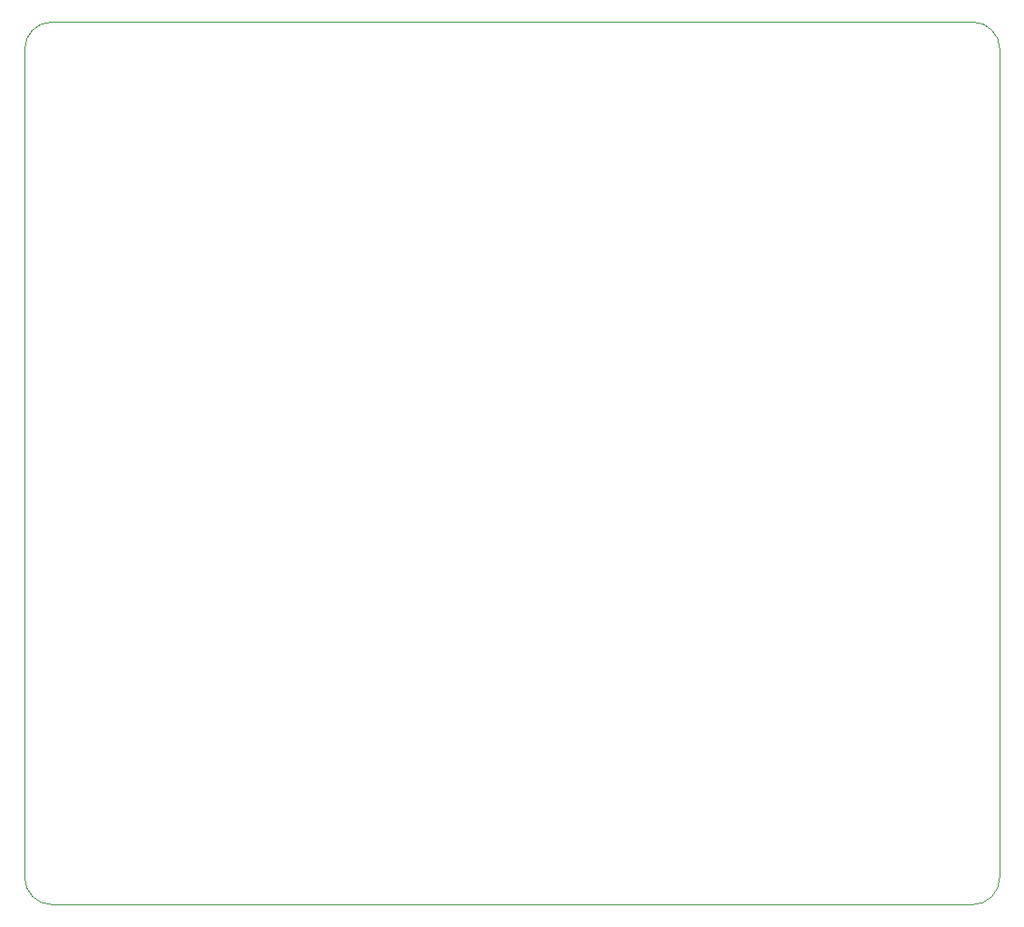
<source format=gbr>
%TF.GenerationSoftware,KiCad,Pcbnew,5.1.10*%
%TF.CreationDate,2021-11-24T03:02:33+13:00*%
%TF.ProjectId,buck_converter,6275636b-5f63-46f6-9e76-65727465722e,rev?*%
%TF.SameCoordinates,Original*%
%TF.FileFunction,Profile,NP*%
%FSLAX46Y46*%
G04 Gerber Fmt 4.6, Leading zero omitted, Abs format (unit mm)*
G04 Created by KiCad (PCBNEW 5.1.10) date 2021-11-24 03:02:33*
%MOMM*%
%LPD*%
G01*
G04 APERTURE LIST*
%TA.AperFunction,Profile*%
%ADD10C,0.050000*%
%TD*%
G04 APERTURE END LIST*
D10*
X-216408000Y51308000D02*
G75*
G02*
X-218948000Y53848000I0J2540000D01*
G01*
X-127762000Y53848000D02*
G75*
G02*
X-130302000Y51308000I-2540000J0D01*
G01*
X-130302000Y133858000D02*
G75*
G02*
X-127762000Y131318000I0J-2540000D01*
G01*
X-218948000Y131318000D02*
G75*
G02*
X-216408000Y133858000I2540000J0D01*
G01*
X-218948000Y53848000D02*
X-218948000Y131318000D01*
X-130302000Y51308000D02*
X-216408000Y51308000D01*
X-127762000Y131318000D02*
X-127762000Y53848000D01*
X-216408000Y133858000D02*
X-130302000Y133858000D01*
M02*

</source>
